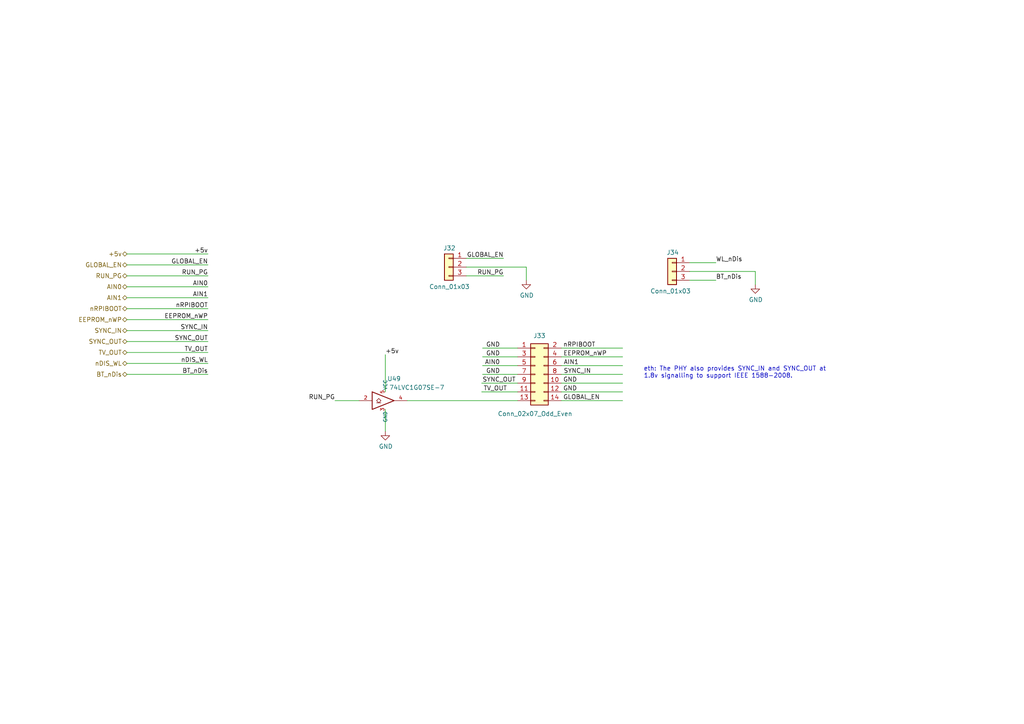
<source format=kicad_sch>
(kicad_sch (version 20210126) (generator eeschema)
  (paper "A4")
  (lib_symbols
    (symbol "CM4IO:74LVC1G07_copy"
      (property "Reference" "U" (at -2.54 3.81 0))
      (property "Value" "74LVC1G07_copy" (at 0 -3.81 0))
      (symbol "74LVC1G07_copy_0_1"
        (polyline (pts (xy -2.54 -0.635) (xy -1.27 -0.635)))
        (polyline (pts (xy -3.81 2.54) (xy -3.81 -2.54) (xy 2.54 0) (xy -3.81 2.54)) (stroke (width 0.254)))
        (polyline (pts (xy -1.905 0.635) (xy -2.54 0) (xy -1.905 -0.635) (xy -1.27 0) (xy -1.905 0.635)))
      )
      (symbol "74LVC1G07_copy_1_1"
        (pin input line (at -7.62 0 0) (length 3.81) (name "~") (number "2"))
        (pin power_in line (at 0 -2.54 270) (length 0) (name "GND") (number "3"))
        (pin open_collector line (at 6.35 0 180) (length 3.81) (name "~") (number "4"))
        (pin power_in line (at 0 2.54 90) (length 0) (name "VCC") (number "5"))
      )
    )
    (symbol "Connector_Generic:Conn_01x03" (pin_names hide)
      (property "Reference" "J" (at 0 5.08 0))
      (property "Value" "Conn_01x03" (at 0 -5.08 0))
      (symbol "Conn_01x03_1_1"
        (rectangle (start -1.27 -2.413) (end 0 -2.667))
        (rectangle (start -1.27 0.127) (end 0 -0.127))
        (rectangle (start -1.27 2.667) (end 0 2.413))
        (rectangle (start -1.27 3.81) (end 1.27 -3.81) (stroke (width 0.254)) (fill (type background)))
        (pin passive line (at -5.08 2.54 0) (length 3.81) (name "Pin_1") (number "1"))
        (pin passive line (at -5.08 0 0) (length 3.81) (name "Pin_2") (number "2"))
        (pin passive line (at -5.08 -2.54 0) (length 3.81) (name "Pin_3") (number "3"))
      )
    )
    (symbol "Connector_Generic:Conn_02x07_Odd_Even" (pin_names hide)
      (property "Reference" "J" (at 1.27 10.16 0))
      (property "Value" "Conn_02x07_Odd_Even" (at 1.27 -10.16 0))
      (symbol "Conn_02x07_Odd_Even_1_1"
        (rectangle (start -1.27 -7.493) (end 0 -7.747))
        (rectangle (start -1.27 -4.953) (end 0 -5.207))
        (rectangle (start -1.27 -2.413) (end 0 -2.667))
        (rectangle (start -1.27 0.127) (end 0 -0.127))
        (rectangle (start -1.27 2.667) (end 0 2.413))
        (rectangle (start -1.27 5.207) (end 0 4.953))
        (rectangle (start -1.27 7.747) (end 0 7.493))
        (rectangle (start 3.81 -7.493) (end 2.54 -7.747))
        (rectangle (start 3.81 -4.953) (end 2.54 -5.207))
        (rectangle (start 3.81 -2.413) (end 2.54 -2.667))
        (rectangle (start 3.81 0.127) (end 2.54 -0.127))
        (rectangle (start 3.81 2.667) (end 2.54 2.413))
        (rectangle (start 3.81 5.207) (end 2.54 4.953))
        (rectangle (start 3.81 7.747) (end 2.54 7.493))
        (rectangle (start -1.27 8.89) (end 3.81 -8.89) (stroke (width 0.254)) (fill (type background)))
        (pin passive line (at -5.08 7.62 0) (length 3.81) (name "Pin_1") (number "1"))
        (pin passive line (at 7.62 -2.54 180) (length 3.81) (name "Pin_10") (number "10"))
        (pin passive line (at -5.08 -5.08 0) (length 3.81) (name "Pin_11") (number "11"))
        (pin passive line (at 7.62 -5.08 180) (length 3.81) (name "Pin_12") (number "12"))
        (pin passive line (at -5.08 -7.62 0) (length 3.81) (name "Pin_13") (number "13"))
        (pin passive line (at 7.62 -7.62 180) (length 3.81) (name "Pin_14") (number "14"))
        (pin passive line (at 7.62 7.62 180) (length 3.81) (name "Pin_2") (number "2"))
        (pin passive line (at -5.08 5.08 0) (length 3.81) (name "Pin_3") (number "3"))
        (pin passive line (at 7.62 5.08 180) (length 3.81) (name "Pin_4") (number "4"))
        (pin passive line (at -5.08 2.54 0) (length 3.81) (name "Pin_5") (number "5"))
        (pin passive line (at 7.62 2.54 180) (length 3.81) (name "Pin_6") (number "6"))
        (pin passive line (at -5.08 0 0) (length 3.81) (name "Pin_7") (number "7"))
        (pin passive line (at 7.62 0 180) (length 3.81) (name "Pin_8") (number "8"))
        (pin passive line (at -5.08 -2.54 0) (length 3.81) (name "Pin_9") (number "9"))
      )
    )
    (symbol "power:GND" (power) (pin_names (offset 0))
      (property "Value" "GND" (at 0 -3.81 0))
      (symbol "GND_0_1"
        (polyline (pts (xy 0 0) (xy 0 -1.27) (xy 1.27 -1.27) (xy 0 -2.54) (xy -1.27 -1.27) (xy 0 -1.27)))
      )
      (symbol "GND_1_1"
        (pin power_in line (at 0 0 270) (length 0) hide (name "GND") (number "1"))
      )
    )
  )
  (wire (pts (xy 36.83 73.66) (xy 60.325 73.66)))
  (wire (pts (xy 36.83 76.835) (xy 60.325 76.835)))
  (wire (pts (xy 36.83 80.01) (xy 60.325 80.01)))
  (wire (pts (xy 36.83 83.185) (xy 60.325 83.185)))
  (wire (pts (xy 36.83 86.36) (xy 60.325 86.36)))
  (wire (pts (xy 36.83 89.535) (xy 60.325 89.535)))
  (wire (pts (xy 36.83 92.71) (xy 60.325 92.71)))
  (wire (pts (xy 36.83 95.885) (xy 60.325 95.885)))
  (wire (pts (xy 36.83 99.06) (xy 60.325 99.06)))
  (wire (pts (xy 36.83 102.235) (xy 60.325 102.235)))
  (wire (pts (xy 36.83 105.41) (xy 60.325 105.41)))
  (wire (pts (xy 36.83 108.585) (xy 60.325 108.585)))
  (wire (pts (xy 97.155 116.205) (xy 104.14 116.205)))
  (wire (pts (xy 111.76 102.87) (xy 111.76 113.665)))
  (wire (pts (xy 111.76 118.745) (xy 111.76 125.095)))
  (wire (pts (xy 118.11 116.205) (xy 150.114 116.205)))
  (wire (pts (xy 135.255 74.93) (xy 146.05 74.93)))
  (wire (pts (xy 135.255 77.47) (xy 152.654 77.47)))
  (wire (pts (xy 135.255 80.01) (xy 146.05 80.01)))
  (wire (pts (xy 139.7 111.125) (xy 150.114 111.125)))
  (wire (pts (xy 139.7 113.665) (xy 150.114 113.665)))
  (wire (pts (xy 139.954 100.965) (xy 150.114 100.965)))
  (wire (pts (xy 139.954 103.505) (xy 150.114 103.505)))
  (wire (pts (xy 139.954 106.045) (xy 150.114 106.045)))
  (wire (pts (xy 139.954 108.585) (xy 150.114 108.585)))
  (wire (pts (xy 152.654 77.47) (xy 152.654 81.28)))
  (wire (pts (xy 162.814 100.965) (xy 180.594 100.965)))
  (wire (pts (xy 162.814 103.505) (xy 180.594 103.505)))
  (wire (pts (xy 162.814 106.045) (xy 180.594 106.045)))
  (wire (pts (xy 162.814 108.585) (xy 180.594 108.585)))
  (wire (pts (xy 162.814 111.125) (xy 180.594 111.125)))
  (wire (pts (xy 162.814 113.665) (xy 180.594 113.665)))
  (wire (pts (xy 162.814 116.205) (xy 180.594 116.205)))
  (wire (pts (xy 200.025 78.74) (xy 219.075 78.74)))
  (wire (pts (xy 207.645 76.2) (xy 200.025 76.2)))
  (wire (pts (xy 207.645 81.28) (xy 200.025 81.28)))
  (wire (pts (xy 219.075 78.74) (xy 219.075 82.55)))
  (text "eth: The PHY also provides SYNC_IN and SYNC_OUT at\n1.8v signalling to support IEEE 1588-2008.\n" (at 186.69 109.855 0) (effects (font (size 1.27 1.27)) (justify left bottom)))
  (label "+5v" (at 60.325 73.66 180))
  (label "GLOBAL_EN" (at 60.325 76.835 180))
  (label "RUN_PG" (at 60.325 80.01 180))
  (label "AIN0" (at 60.325 83.185 180))
  (label "AIN1" (at 60.325 86.36 180))
  (label "nRPIBOOT" (at 60.325 89.535 180))
  (label "EEPROM_nWP" (at 60.325 92.71 180))
  (label "SYNC_IN" (at 60.325 95.885 180))
  (label "SYNC_OUT" (at 60.325 99.06 180))
  (label "TV_OUT" (at 60.325 102.235 180))
  (label "nDIS_WL" (at 60.325 105.41 180))
  (label "BT_nDis" (at 60.325 108.585 180))
  (label "RUN_PG" (at 97.155 116.205 180))
  (label "+5v" (at 111.76 102.87 0))
  (label "GND" (at 145.034 100.965 180))
  (label "GND" (at 145.034 103.505 180))
  (label "AIN0" (at 145.034 106.045 180))
  (label "GND" (at 145.034 108.585 180))
  (label "GLOBAL_EN" (at 146.05 74.93 180))
  (label "RUN_PG" (at 146.05 80.01 180))
  (label "TV_OUT" (at 147.066 113.665 180))
  (label "SYNC_OUT" (at 149.606 111.125 180))
  (label "GND" (at 167.386 111.125 180))
  (label "GND" (at 167.386 113.665 180))
  (label "AIN1" (at 167.894 106.045 180))
  (label "SYNC_IN" (at 171.45 108.585 180))
  (label "nRPIBOOT" (at 172.72 100.965 180))
  (label "GLOBAL_EN" (at 173.99 116.205 180))
  (label "EEPROM_nWP" (at 176.022 103.505 180))
  (label "WL_nDis" (at 207.645 76.2 0))
  (label "BT_nDis" (at 207.645 81.28 0))
  (hierarchical_label "+5v" (shape bidirectional) (at 36.83 73.66 180))
  (hierarchical_label "GLOBAL_EN" (shape bidirectional) (at 36.83 76.835 180))
  (hierarchical_label "RUN_PG" (shape bidirectional) (at 36.83 80.01 180))
  (hierarchical_label "AIN0" (shape bidirectional) (at 36.83 83.185 180))
  (hierarchical_label "AIN1" (shape bidirectional) (at 36.83 86.36 180))
  (hierarchical_label "nRPIBOOT" (shape bidirectional) (at 36.83 89.535 180))
  (hierarchical_label "EEPROM_nWP" (shape bidirectional) (at 36.83 92.71 180))
  (hierarchical_label "SYNC_IN" (shape bidirectional) (at 36.83 95.885 180))
  (hierarchical_label "SYNC_OUT" (shape bidirectional) (at 36.83 99.06 180))
  (hierarchical_label "TV_OUT" (shape bidirectional) (at 36.83 102.235 180))
  (hierarchical_label "nDIS_WL" (shape bidirectional) (at 36.83 105.41 180))
  (hierarchical_label "BT_nDis" (shape bidirectional) (at 36.83 108.585 180))
  (symbol (lib_id "power:GND") (at 111.76 125.095 0)
    (property "Reference" "#PWR0353" (effects hide))
    (property "Value" "GND" (at 111.887 129.4892 0))
  )
  (symbol (lib_id "power:GND") (at 152.654 81.28 0)
    (property "Reference" "#PWR0354" (effects hide))
    (property "Value" "GND" (at 152.781 85.6742 0))
  )
  (symbol (lib_id "power:GND") (at 219.075 82.55 0)
    (property "Reference" "#PWR0355" (effects hide))
    (property "Value" "GND" (at 219.202 86.9442 0))
  )
  (symbol (lib_id "Connector_Generic:Conn_01x03") (at 130.175 77.47 0) (mirror y)
    (property "Reference" "J32" (at 130.3528 71.9582 0))
    (property "Value" "Conn_01x03" (at 130.3528 83.1596 0))
    (property "Footprint" "Connector_PinHeader_2.54mm:PinHeader_1x03_P2.54mm_Vertical" (effects hide))
    (property "Field4" "nf" (effects hide))
    (property "Field5" "nf" (effects hide))
    (property "Field6" "nf" (effects hide))
    (property "Field7" "nf" (effects hide))
    (property "Part Description" "3pin 0.1\" connector" (effects hide))
  )
  (symbol (lib_id "Connector_Generic:Conn_01x03") (at 194.945 78.74 0) (mirror y)
    (property "Reference" "J34" (at 195.1228 73.2282 0))
    (property "Value" "Conn_01x03" (at 194.4878 84.4296 0))
    (property "Footprint" "Connector_PinHeader_2.54mm:PinHeader_1x03_P2.54mm_Vertical" (effects hide))
    (property "Field4" "nf" (effects hide))
    (property "Field5" "nf" (effects hide))
    (property "Field6" "nf" (effects hide))
    (property "Field7" "nf" (effects hide))
    (property "Part Description" "3pin 0.1\" connector" (effects hide))
  )
  (symbol (lib_id "CM4IO:74LVC1G07_copy") (at 111.76 116.205 0)
    (property "Reference" "U49" (at 114.3 109.855 0))
    (property "Value" "74LVC1G07SE-7" (at 120.904 112.395 0))
    (property "Footprint" "Package_TO_SOT_SMD:SOT-353_SC-70-5" (effects hide))
    (property "Datasheet" "https://www.diodes.com/assets/Datasheets/74LVC1G07.pdf" (effects hide))
    (property "Field4" "Farnell" (effects hide))
    (property "Field5" "2425492" (effects hide))
    (property "Field6" "74LVC1G07SE-7" (effects hide))
    (property "Field7" "Diodes" (effects hide))
    (property "Part Description" "Buffer, Non-Inverting 1 Element 1 Bit per Element Open Drain Output SOT-353" (effects hide))
  )
  (symbol (lib_id "Connector_Generic:Conn_02x07_Odd_Even") (at 155.194 108.585 0)
    (property "Reference" "J33" (at 156.464 97.3836 0))
    (property "Value" "Conn_02x07_Odd_Even" (at 155.194 120.015 0))
    (property "Footprint" "Connector_PinHeader_2.54mm:PinHeader_2x07_P2.54mm_Vertical" (effects hide))
    (property "Datasheet" "https://www.toby.co.uk/uploads/publications/1673.pdf" (effects hide))
    (property "Field4" "Toby" (effects hide))
    (property "Field5" "THD-07-R" (effects hide))
    (property "Field6" "THD-07-R" (effects hide))
    (property "Field7" "Toby" (effects hide))
    (property "Part Description" "PinHeader_2x07_P2.54mm_Vertical" (effects hide))
  )
)
</source>
